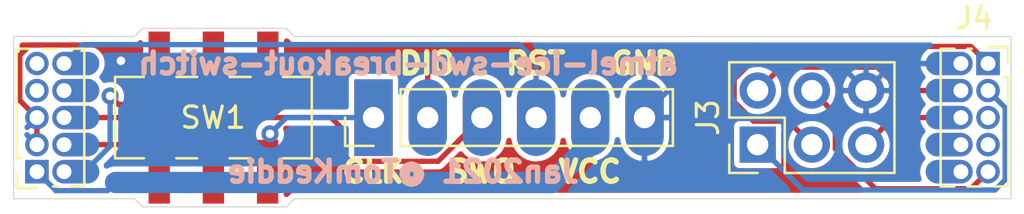
<source format=kicad_pcb>
(kicad_pcb (version 20171130) (host pcbnew 5.1.7-a382d34a8~88~ubuntu20.04.1)

  (general
    (thickness 1.6)
    (drawings 25)
    (tracks 78)
    (zones 0)
    (modules 5)
    (nets 23)
  )

  (page A4)
  (layers
    (0 F.Cu signal)
    (31 B.Cu signal)
    (32 B.Adhes user)
    (33 F.Adhes user)
    (34 B.Paste user)
    (35 F.Paste user)
    (36 B.SilkS user)
    (37 F.SilkS user)
    (38 B.Mask user)
    (39 F.Mask user)
    (40 Dwgs.User user)
    (41 Cmts.User user)
    (42 Eco1.User user)
    (43 Eco2.User user)
    (44 Edge.Cuts user)
    (45 Margin user)
    (46 B.CrtYd user)
    (47 F.CrtYd user)
    (48 B.Fab user hide)
    (49 F.Fab user hide)
  )

  (setup
    (last_trace_width 0.25)
    (user_trace_width 1)
    (trace_clearance 0.127)
    (zone_clearance 0.508)
    (zone_45_only no)
    (trace_min 0.2)
    (via_size 0.8)
    (via_drill 0.4)
    (via_min_size 0.4)
    (via_min_drill 0.3)
    (uvia_size 0.3)
    (uvia_drill 0.1)
    (uvias_allowed no)
    (uvia_min_size 0.2)
    (uvia_min_drill 0.1)
    (edge_width 0.05)
    (segment_width 0.2)
    (pcb_text_width 0.3)
    (pcb_text_size 1.5 1.5)
    (mod_edge_width 0.12)
    (mod_text_size 1 1)
    (mod_text_width 0.15)
    (pad_size 1.524 1.524)
    (pad_drill 0.762)
    (pad_to_mask_clearance 0)
    (aux_axis_origin 0 0)
    (visible_elements FFFFFF7F)
    (pcbplotparams
      (layerselection 0x010fc_ffffffff)
      (usegerberextensions false)
      (usegerberattributes true)
      (usegerberadvancedattributes true)
      (creategerberjobfile true)
      (excludeedgelayer true)
      (linewidth 0.100000)
      (plotframeref false)
      (viasonmask false)
      (mode 1)
      (useauxorigin false)
      (hpglpennumber 1)
      (hpglpenspeed 20)
      (hpglpendiameter 15.000000)
      (psnegative false)
      (psa4output false)
      (plotreference true)
      (plotvalue true)
      (plotinvisibletext false)
      (padsonsilk false)
      (subtractmaskfromsilk false)
      (outputformat 1)
      (mirror false)
      (drillshape 0)
      (scaleselection 1)
      (outputdirectory "gerber/"))
  )

  (net 0 "")
  (net 1 /nSRST)
  (net 2 "Net-(J1-Pad8)")
  (net 3 "Net-(J1-Pad7)")
  (net 4 /SWO)
  (net 5 /VTG)
  (net 6 "Net-(J1-Pad9)")
  (net 7 /SWDCLK_1)
  (net 8 /SWDIO_1)
  (net 9 /SWDIO_2)
  (net 10 /SWDCLK_2)
  (net 11 "Net-(SW1-Pad1)")
  (net 12 "Net-(SW1-Pad4)")
  (net 13 GND)
  (net 14 /AVR_RESET)
  (net 15 /AVR_MOSI)
  (net 16 /AVR_SCK)
  (net 17 /AVR_VTG)
  (net 18 /AVR_MISO)
  (net 19 "Net-(J4-Pad10)")
  (net 20 "Net-(J4-Pad8)")
  (net 21 "Net-(J4-Pad7)")
  (net 22 "Net-(J4-Pad5)")

  (net_class Default "This is the default net class."
    (clearance 0.127)
    (trace_width 0.25)
    (via_dia 0.8)
    (via_drill 0.4)
    (uvia_dia 0.3)
    (uvia_drill 0.1)
    (add_net /AVR_MISO)
    (add_net /AVR_MOSI)
    (add_net /AVR_RESET)
    (add_net /AVR_SCK)
    (add_net /AVR_VTG)
    (add_net /SWDCLK_1)
    (add_net /SWDCLK_2)
    (add_net /SWDIO_1)
    (add_net /SWDIO_2)
    (add_net /SWO)
    (add_net /VTG)
    (add_net /nSRST)
    (add_net GND)
    (add_net "Net-(J1-Pad7)")
    (add_net "Net-(J1-Pad8)")
    (add_net "Net-(J1-Pad9)")
    (add_net "Net-(J4-Pad10)")
    (add_net "Net-(J4-Pad5)")
    (add_net "Net-(J4-Pad7)")
    (add_net "Net-(J4-Pad8)")
    (add_net "Net-(SW1-Pad1)")
    (add_net "Net-(SW1-Pad4)")
  )

  (module tom-connectors:PinSocket_2x05_P1.27mm_Vertical (layer F.Cu) (tedit 60009BAF) (tstamp 60009D1C)
    (at 170.294999 121.92)
    (descr "Through hole straight socket strip, 2x05, 1.27mm pitch, double cols (from Kicad 4.0.7), script generated")
    (tags "Through hole socket strip THT 2x05 1.27mm double row")
    (path /60009F75)
    (fp_text reference J4 (at -0.635 -2.135) (layer F.SilkS)
      (effects (font (size 1 1) (thickness 0.15)))
    )
    (fp_text value AVR (at -0.635 7.215) (layer F.Fab)
      (effects (font (size 1 1) (thickness 0.15)))
    )
    (fp_text user %R (at -0.635 2.54 90) (layer F.Fab)
      (effects (font (size 1 1) (thickness 0.15)))
    )
    (fp_line (start -2.67 6.2) (end -2.67 -1.15) (layer F.CrtYd) (width 0.05))
    (fp_line (start 1.38 6.2) (end -2.67 6.2) (layer F.CrtYd) (width 0.05))
    (fp_line (start 1.38 -1.15) (end 1.38 6.2) (layer F.CrtYd) (width 0.05))
    (fp_line (start -2.67 -1.15) (end 1.38 -1.15) (layer F.CrtYd) (width 0.05))
    (fp_line (start 0 -0.76) (end 0.95 -0.76) (layer F.SilkS) (width 0.12))
    (fp_line (start 0.95 -0.76) (end 0.95 0) (layer F.SilkS) (width 0.12))
    (fp_line (start 0.76 0.635) (end 0.95 0.635) (layer F.SilkS) (width 0.12))
    (fp_line (start 0.95 0.635) (end 0.95 5.775) (layer F.SilkS) (width 0.12))
    (fp_line (start -0.96247 5.775) (end -0.30753 5.775) (layer F.SilkS) (width 0.12))
    (fp_line (start -2.22 5.775) (end -1.57753 5.775) (layer F.SilkS) (width 0.12))
    (fp_line (start 0.30753 5.775) (end 0.95 5.775) (layer F.SilkS) (width 0.12))
    (fp_line (start -2.22 -0.695) (end -2.22 5.775) (layer F.SilkS) (width 0.12))
    (fp_line (start -0.96247 -0.695) (end -0.76 -0.695) (layer F.SilkS) (width 0.12))
    (fp_line (start -2.22 -0.695) (end -1.57753 -0.695) (layer F.SilkS) (width 0.12))
    (fp_line (start -2.16 5.715) (end -2.16 -0.635) (layer F.Fab) (width 0.1))
    (fp_line (start 0.89 5.715) (end -2.16 5.715) (layer F.Fab) (width 0.1))
    (fp_line (start 0.89 0.1275) (end 0.89 5.715) (layer F.Fab) (width 0.1))
    (fp_line (start 0.1275 -0.635) (end 0.89 0.1275) (layer F.Fab) (width 0.1))
    (fp_line (start -2.16 -0.635) (end 0.1275 -0.635) (layer F.Fab) (width 0.1))
    (pad 10 thru_hole oval (at -1.27 5.08) (size 2.2 1.1) (drill 0.7 (offset -0.55 0)) (layers *.Cu *.Mask)
      (net 19 "Net-(J4-Pad10)"))
    (pad 9 thru_hole circle (at 0 5.08) (size 1.1 1.1) (drill 0.7) (layers *.Cu *.Mask)
      (net 15 /AVR_MOSI))
    (pad 8 thru_hole oval (at -1.27 3.81) (size 2.2 1.1) (drill 0.7 (offset -0.55 0)) (layers *.Cu *.Mask)
      (net 20 "Net-(J4-Pad8)"))
    (pad 7 thru_hole circle (at 0 3.81) (size 1.1 1.1) (drill 0.7) (layers *.Cu *.Mask)
      (net 21 "Net-(J4-Pad7)"))
    (pad 6 thru_hole oval (at -1.27 2.54) (size 2.2 1.1) (drill 0.7 (offset -0.55 0)) (layers *.Cu *.Mask)
      (net 14 /AVR_RESET))
    (pad 5 thru_hole circle (at 0 2.54) (size 1.1 1.1) (drill 0.7) (layers *.Cu *.Mask)
      (net 22 "Net-(J4-Pad5)"))
    (pad 4 thru_hole oval (at -1.27 1.27) (size 2.2 1.1) (drill 0.7 (offset -0.55 0)) (layers *.Cu *.Mask)
      (net 17 /AVR_VTG))
    (pad 3 thru_hole circle (at 0 1.27) (size 1.1 1.1) (drill 0.7) (layers *.Cu *.Mask)
      (net 18 /AVR_MISO))
    (pad 2 thru_hole oval (at -1.27 0) (size 2.2 1.1) (drill 0.7 (offset -0.55 0)) (layers *.Cu *.Mask)
      (net 13 GND))
    (pad 1 thru_hole rect (at 0 0) (size 1.1 1.1) (drill 0.7) (layers *.Cu *.Mask)
      (net 16 /AVR_SCK))
    (model ${KISYS3DMOD}/Connector_PinSocket_1.27mm.3dshapes/PinSocket_2x05_P1.27mm_Vertical.wrl
      (at (xyz 0 0 0))
      (scale (xyz 1 1 1))
      (rotate (xyz 0 0 0))
    )
  )

  (module tom-connectors:PinHeader_2x03_P2.54mm_Vertical (layer F.Cu) (tedit 59FED5CC) (tstamp 60009CFA)
    (at 159.5 125.73 90)
    (descr "Through hole straight pin header, 2x03, 2.54mm pitch, double rows")
    (tags "Through hole pin header THT 2x03 2.54mm double row")
    (path /6000E131)
    (fp_text reference J3 (at 1.27 -2.33 90) (layer F.SilkS)
      (effects (font (size 1 1) (thickness 0.15)))
    )
    (fp_text value Conn_02x03_Odd_Even (at 1.27 7.41 90) (layer F.Fab)
      (effects (font (size 1 1) (thickness 0.15)))
    )
    (fp_text user %R (at 1.27 2.54) (layer F.Fab)
      (effects (font (size 1 1) (thickness 0.15)))
    )
    (fp_line (start 0 -1.27) (end 3.81 -1.27) (layer F.Fab) (width 0.1))
    (fp_line (start 3.81 -1.27) (end 3.81 6.35) (layer F.Fab) (width 0.1))
    (fp_line (start 3.81 6.35) (end -1.27 6.35) (layer F.Fab) (width 0.1))
    (fp_line (start -1.27 6.35) (end -1.27 0) (layer F.Fab) (width 0.1))
    (fp_line (start -1.27 0) (end 0 -1.27) (layer F.Fab) (width 0.1))
    (fp_line (start -1.33 6.41) (end 3.87 6.41) (layer F.SilkS) (width 0.12))
    (fp_line (start -1.33 1.27) (end -1.33 6.41) (layer F.SilkS) (width 0.12))
    (fp_line (start 3.87 -1.33) (end 3.87 6.41) (layer F.SilkS) (width 0.12))
    (fp_line (start -1.33 1.27) (end 1.27 1.27) (layer F.SilkS) (width 0.12))
    (fp_line (start 1.27 1.27) (end 1.27 -1.33) (layer F.SilkS) (width 0.12))
    (fp_line (start 1.27 -1.33) (end 3.87 -1.33) (layer F.SilkS) (width 0.12))
    (fp_line (start -1.33 0) (end -1.33 -1.33) (layer F.SilkS) (width 0.12))
    (fp_line (start -1.33 -1.33) (end 0 -1.33) (layer F.SilkS) (width 0.12))
    (fp_line (start -1.8 -1.8) (end -1.8 6.85) (layer F.CrtYd) (width 0.05))
    (fp_line (start -1.8 6.85) (end 4.35 6.85) (layer F.CrtYd) (width 0.05))
    (fp_line (start 4.35 6.85) (end 4.35 -1.8) (layer F.CrtYd) (width 0.05))
    (fp_line (start 4.35 -1.8) (end -1.8 -1.8) (layer F.CrtYd) (width 0.05))
    (pad 6 thru_hole oval (at 2.54 5.08 90) (size 1.7 1.7) (drill 1) (layers *.Cu *.Mask)
      (net 13 GND))
    (pad 5 thru_hole oval (at 0 5.08 90) (size 1.7 1.7) (drill 1) (layers *.Cu *.Mask)
      (net 14 /AVR_RESET))
    (pad 4 thru_hole oval (at 2.54 2.54 90) (size 1.7 1.7) (drill 1) (layers *.Cu *.Mask)
      (net 15 /AVR_MOSI))
    (pad 3 thru_hole oval (at 0 2.54 90) (size 1.7 1.7) (drill 1) (layers *.Cu *.Mask)
      (net 16 /AVR_SCK))
    (pad 2 thru_hole oval (at 2.54 0 90) (size 1.7 1.7) (drill 1) (layers *.Cu *.Mask)
      (net 17 /AVR_VTG))
    (pad 1 thru_hole rect (at 0 0 90) (size 1.7 1.7) (drill 1) (layers *.Cu *.Mask)
      (net 18 /AVR_MISO))
    (model ${KISYS3DMOD}/Connector_PinHeader_2.54mm.3dshapes/PinHeader_2x03_P2.54mm_Vertical.wrl
      (at (xyz 0 0 0))
      (scale (xyz 1 1 1))
      (rotate (xyz 0 0 0))
    )
  )

  (module tom-mechanical:SW_DPDT_SMD (layer F.Cu) (tedit 5FBAF509) (tstamp 5FDBD4CB)
    (at 134 124.46)
    (descr "Sub-miniature slide switch, vertical, SMT J bend https://dznh3ojzb2azq.cloudfront.net/products/Slide/JS/documents/datasheet.pdf")
    (tags "switch DPDT SMT")
    (path /5FDBB9E6)
    (attr smd)
    (fp_text reference SW1 (at -0.015 0) (layer F.SilkS)
      (effects (font (size 1 1) (thickness 0.15)))
    )
    (fp_text value SW_DPDT_x2 (at 0 3.15) (layer F.Fab)
      (effects (font (size 1 1) (thickness 0.15)))
    )
    (fp_text user %R (at 0 -3.05) (layer F.Fab)
      (effects (font (size 1 1) (thickness 0.15)))
    )
    (fp_line (start -4.5 -1.8) (end 4.5 -1.8) (layer F.Fab) (width 0.1))
    (fp_line (start 4.5 -1.8) (end 4.5 1.8) (layer F.Fab) (width 0.1))
    (fp_line (start 4.5 1.8) (end -4.5 1.8) (layer F.Fab) (width 0.1))
    (fp_line (start -4.5 1.8) (end -4.5 -1.8) (layer F.Fab) (width 0.1))
    (fp_line (start 4.61 -1.91) (end 4.61 1.91) (layer F.SilkS) (width 0.12))
    (fp_line (start -3.26 -1.91) (end -4.61 -1.91) (layer F.SilkS) (width 0.12))
    (fp_line (start -4.61 -1.91) (end -4.61 1.91) (layer F.SilkS) (width 0.12))
    (fp_line (start -4.61 1.91) (end -3.26 1.91) (layer F.SilkS) (width 0.12))
    (fp_line (start -0.76 -1.91) (end -1.74 -1.91) (layer F.SilkS) (width 0.12))
    (fp_line (start 4.61 -1.91) (end 3.26 -1.91) (layer F.SilkS) (width 0.12))
    (fp_line (start 4.61 1.91) (end 3.26 1.91) (layer F.SilkS) (width 0.12))
    (fp_line (start 1.74 -1.91) (end 0.76 -1.91) (layer F.SilkS) (width 0.12))
    (fp_line (start -0.76 1.91) (end -1.74 1.91) (layer F.SilkS) (width 0.12))
    (fp_line (start 1.74 1.91) (end 0.76 1.91) (layer F.SilkS) (width 0.12))
    (fp_line (start -1.75 -0.75) (end 1.75 -0.75) (layer F.Fab) (width 0.1))
    (fp_line (start 1.75 -0.75) (end 1.75 0.75) (layer F.Fab) (width 0.1))
    (fp_line (start 1.75 0.75) (end -1.75 0.75) (layer F.Fab) (width 0.1))
    (fp_line (start -1.75 -0.75) (end -1.75 0.75) (layer F.Fab) (width 0.1))
    (fp_line (start -0.25 -0.75) (end -0.25 0.75) (layer F.Fab) (width 0.1))
    (fp_line (start -5.08 0) (end -5.08 -2.286) (layer F.CrtYd) (width 0.12))
    (fp_line (start -5.08 -2.286) (end -3.556 -2.286) (layer F.CrtYd) (width 0.12))
    (fp_line (start -3.556 -2.286) (end -3.556 -4.064) (layer F.CrtYd) (width 0.12))
    (fp_line (start -3.556 -4.064) (end 3.556 -4.064) (layer F.CrtYd) (width 0.12))
    (fp_line (start 3.556 -4.064) (end 3.556 -2.286) (layer F.CrtYd) (width 0.12))
    (fp_line (start 3.556 -2.286) (end 5.08 -2.286) (layer F.CrtYd) (width 0.12))
    (fp_line (start 5.08 -2.286) (end 5.08 2.286) (layer F.CrtYd) (width 0.12))
    (fp_line (start 5.08 2.286) (end 3.556 2.286) (layer F.CrtYd) (width 0.12))
    (fp_line (start 3.556 2.286) (end 3.556 4.064) (layer F.CrtYd) (width 0.12))
    (fp_line (start 3.556 4.064) (end -3.556 4.064) (layer F.CrtYd) (width 0.12))
    (fp_line (start -3.556 4.064) (end -3.556 2.286) (layer F.CrtYd) (width 0.12))
    (fp_line (start -3.556 2.286) (end -5.08 2.286) (layer F.CrtYd) (width 0.12))
    (fp_line (start -5.08 2.286) (end -5.08 0) (layer F.CrtYd) (width 0.12))
    (pad 3 smd rect (at 2.55 -2.54) (size 1 3) (layers F.Cu F.Paste F.Mask)
      (net 9 /SWDIO_2))
    (pad 2 smd rect (at 0 -2.54) (size 1 3) (layers F.Cu F.Paste F.Mask)
      (net 8 /SWDIO_1))
    (pad 1 smd rect (at -2.54 -2.54) (size 1 3) (layers F.Cu F.Paste F.Mask)
      (net 11 "Net-(SW1-Pad1)"))
    (pad 6 smd rect (at 2.54 2.54) (size 1 3) (layers F.Cu F.Paste F.Mask)
      (net 10 /SWDCLK_2))
    (pad 5 smd rect (at 0 2.54) (size 1 3) (layers F.Cu F.Paste F.Mask)
      (net 7 /SWDCLK_1))
    (pad 4 smd rect (at -2.54 2.54) (size 1 3) (layers F.Cu F.Paste F.Mask)
      (net 12 "Net-(SW1-Pad4)"))
    (model ${KISYS3DMOD}/Button_Switch_SMD.3dshapes/SW_DPDT_CK_JS202011JCQN.wrl
      (at (xyz 0 0 0))
      (scale (xyz 1 1 1))
      (rotate (xyz 0 0 0))
    )
  )

  (module tom-connectors:PinSocket_2x05_P1.27mm_Vertical (layer F.Cu) (tedit 60009BAF) (tstamp 5FC3D36A)
    (at 125.73 127 180)
    (descr "Through hole straight socket strip, 2x05, 1.27mm pitch, double cols (from Kicad 4.0.7), script generated")
    (tags "Through hole socket strip THT 2x05 1.27mm double row")
    (path /5FC45216)
    (fp_text reference J1 (at -0.635 -2.135) (layer F.SilkS) hide
      (effects (font (size 1 1) (thickness 0.15)))
    )
    (fp_text value SAM (at -0.635 7.215) (layer F.Fab) hide
      (effects (font (size 1 1) (thickness 0.15)))
    )
    (fp_text user %R (at -0.635 2.54 90) (layer F.Fab) hide
      (effects (font (size 1 1) (thickness 0.15)))
    )
    (fp_line (start -2.67 6.2) (end -2.67 -1.15) (layer F.CrtYd) (width 0.05))
    (fp_line (start 1.38 6.2) (end -2.67 6.2) (layer F.CrtYd) (width 0.05))
    (fp_line (start 1.38 -1.15) (end 1.38 6.2) (layer F.CrtYd) (width 0.05))
    (fp_line (start -2.67 -1.15) (end 1.38 -1.15) (layer F.CrtYd) (width 0.05))
    (fp_line (start 0 -0.76) (end 0.95 -0.76) (layer F.SilkS) (width 0.12))
    (fp_line (start 0.95 -0.76) (end 0.95 0) (layer F.SilkS) (width 0.12))
    (fp_line (start 0.76 0.635) (end 0.95 0.635) (layer F.SilkS) (width 0.12))
    (fp_line (start 0.95 0.635) (end 0.95 5.775) (layer F.SilkS) (width 0.12))
    (fp_line (start -0.96247 5.775) (end -0.30753 5.775) (layer F.SilkS) (width 0.12))
    (fp_line (start -2.22 5.775) (end -1.57753 5.775) (layer F.SilkS) (width 0.12))
    (fp_line (start 0.30753 5.775) (end 0.95 5.775) (layer F.SilkS) (width 0.12))
    (fp_line (start -2.22 -0.695) (end -2.22 5.775) (layer F.SilkS) (width 0.12))
    (fp_line (start -0.96247 -0.695) (end -0.76 -0.695) (layer F.SilkS) (width 0.12))
    (fp_line (start -2.22 -0.695) (end -1.57753 -0.695) (layer F.SilkS) (width 0.12))
    (fp_line (start -2.16 5.715) (end -2.16 -0.635) (layer F.Fab) (width 0.1))
    (fp_line (start 0.89 5.715) (end -2.16 5.715) (layer F.Fab) (width 0.1))
    (fp_line (start 0.89 0.1275) (end 0.89 5.715) (layer F.Fab) (width 0.1))
    (fp_line (start 0.1275 -0.635) (end 0.89 0.1275) (layer F.Fab) (width 0.1))
    (fp_line (start -2.16 -0.635) (end 0.1275 -0.635) (layer F.Fab) (width 0.1))
    (pad 10 thru_hole oval (at -1.27 5.08 180) (size 2.2 1.1) (drill 0.7 (offset -0.55 0)) (layers *.Cu *.Mask)
      (net 1 /nSRST))
    (pad 9 thru_hole circle (at 0 5.08 180) (size 1.1 1.1) (drill 0.7) (layers *.Cu *.Mask)
      (net 6 "Net-(J1-Pad9)"))
    (pad 8 thru_hole oval (at -1.27 3.81 180) (size 2.2 1.1) (drill 0.7 (offset -0.55 0)) (layers *.Cu *.Mask)
      (net 2 "Net-(J1-Pad8)"))
    (pad 7 thru_hole circle (at 0 3.81 180) (size 1.1 1.1) (drill 0.7) (layers *.Cu *.Mask)
      (net 3 "Net-(J1-Pad7)"))
    (pad 6 thru_hole oval (at -1.27 2.54 180) (size 2.2 1.1) (drill 0.7 (offset -0.55 0)) (layers *.Cu *.Mask)
      (net 4 /SWO))
    (pad 5 thru_hole circle (at 0 2.54 180) (size 1.1 1.1) (drill 0.7) (layers *.Cu *.Mask)
      (net 13 GND))
    (pad 4 thru_hole oval (at -1.27 1.27 180) (size 2.2 1.1) (drill 0.7 (offset -0.55 0)) (layers *.Cu *.Mask)
      (net 7 /SWDCLK_1))
    (pad 3 thru_hole circle (at 0 1.27 180) (size 1.1 1.1) (drill 0.7) (layers *.Cu *.Mask)
      (net 13 GND))
    (pad 2 thru_hole oval (at -1.27 0 180) (size 2.2 1.1) (drill 0.7 (offset -0.55 0)) (layers *.Cu *.Mask)
      (net 8 /SWDIO_1))
    (pad 1 thru_hole rect (at 0 0 180) (size 1.1 1.1) (drill 0.7) (layers *.Cu *.Mask)
      (net 5 /VTG))
    (model ${KISYS3DMOD}/Connector_PinSocket_1.27mm.3dshapes/PinSocket_2x05_P1.27mm_Vertical.wrl
      (at (xyz 0 0 0))
      (scale (xyz 1 1 1))
      (rotate (xyz 0 0 0))
    )
  )

  (module tom-connectors:PinHeader_1x06_P2.54mm_Vertical (layer F.Cu) (tedit 5FD98A7A) (tstamp 5FC3CF8A)
    (at 141.5 124.46 90)
    (descr "Through hole straight pin header, 1x06, 2.54mm pitch, single row")
    (tags "Through hole pin header THT 1x06 2.54mm single row")
    (path /5FC4722D)
    (fp_text reference J2 (at 0 -2.33 90) (layer F.SilkS) hide
      (effects (font (size 1 1) (thickness 0.15)))
    )
    (fp_text value Conn_01x06 (at 0 15.03 90) (layer F.Fab) hide
      (effects (font (size 1 1) (thickness 0.15)))
    )
    (fp_text user %R (at 0 6.35) (layer F.Fab) hide
      (effects (font (size 1 1) (thickness 0.15)))
    )
    (fp_line (start 1.8 -1.8) (end -1.8 -1.8) (layer F.CrtYd) (width 0.05))
    (fp_line (start 1.8 14.5) (end 1.8 -1.8) (layer F.CrtYd) (width 0.05))
    (fp_line (start -1.8 14.5) (end 1.8 14.5) (layer F.CrtYd) (width 0.05))
    (fp_line (start -1.8 -1.8) (end -1.8 14.5) (layer F.CrtYd) (width 0.05))
    (fp_line (start -1.33 -1.33) (end 0 -1.33) (layer F.SilkS) (width 0.12))
    (fp_line (start -1.33 0) (end -1.33 -1.33) (layer F.SilkS) (width 0.12))
    (fp_line (start -1.33 1.27) (end 1.33 1.27) (layer F.SilkS) (width 0.12))
    (fp_line (start 1.33 1.27) (end 1.33 14.03) (layer F.SilkS) (width 0.12))
    (fp_line (start -1.33 1.27) (end -1.33 14.03) (layer F.SilkS) (width 0.12))
    (fp_line (start -1.33 14.03) (end 1.33 14.03) (layer F.SilkS) (width 0.12))
    (fp_line (start -1.27 -0.635) (end -0.635 -1.27) (layer F.Fab) (width 0.1))
    (fp_line (start -1.27 13.97) (end -1.27 -0.635) (layer F.Fab) (width 0.1))
    (fp_line (start 1.27 13.97) (end -1.27 13.97) (layer F.Fab) (width 0.1))
    (fp_line (start 1.27 -1.27) (end 1.27 13.97) (layer F.Fab) (width 0.1))
    (fp_line (start -0.635 -1.27) (end 1.27 -1.27) (layer F.Fab) (width 0.1))
    (pad 6 thru_hole oval (at 0 12.7 90) (size 3.6 1.8) (drill 1) (layers *.Cu *.Mask)
      (net 13 GND))
    (pad 5 thru_hole oval (at 0 10.16 90) (size 3.6 1.8) (drill 1) (layers *.Cu *.Mask)
      (net 5 /VTG))
    (pad 4 thru_hole oval (at 0 7.62 90) (size 3.6 1.8) (drill 1) (layers *.Cu *.Mask)
      (net 1 /nSRST))
    (pad 3 thru_hole oval (at 0 5.08 90) (size 3.6 1.8) (drill 1) (layers *.Cu *.Mask)
      (net 4 /SWO))
    (pad 2 thru_hole oval (at 0 2.54 90) (size 3.6 1.8) (drill 1) (layers *.Cu *.Mask)
      (net 9 /SWDIO_2))
    (pad 1 thru_hole rect (at 0 0 90) (size 3.6 1.8) (drill 1) (layers *.Cu *.Mask)
      (net 10 /SWDCLK_2))
    (model ${KISYS3DMOD}/Connector_PinHeader_2.54mm.3dshapes/PinHeader_1x06_P2.54mm_Vertical.wrl
      (at (xyz 0 0 0))
      (scale (xyz 1 1 1))
      (rotate (xyz 0 0 0))
    )
  )

  (gr_line (start 171.37 128.27) (end 171.37 120.65) (layer Edge.Cuts) (width 0.05) (tstamp 6000AA2F))
  (gr_line (start 171 128.27) (end 171.37 128.27) (layer Edge.Cuts) (width 0.05) (tstamp 6000AA2D))
  (gr_line (start 171 120.65) (end 171.37 120.65) (layer Edge.Cuts) (width 0.05))
  (gr_line (start 124.64 128.27) (end 124.64 120.65) (layer Edge.Cuts) (width 0.05) (tstamp 6000AA1C))
  (gr_line (start 130.302 128.27) (end 124.64 128.27) (layer Edge.Cuts) (width 0.05))
  (gr_line (start 171 128.27) (end 156.25 128.27) (layer Edge.Cuts) (width 0.05) (tstamp 6000A525))
  (gr_line (start 156.25 120.65) (end 171 120.65) (layer Edge.Cuts) (width 0.05) (tstamp 6000A524))
  (gr_line (start 124.64 120.65) (end 130.302 120.65) (layer Edge.Cuts) (width 0.05) (tstamp 5FDBD6C0))
  (gr_line (start 137.795 128.27) (end 156.25 128.27) (layer Edge.Cuts) (width 0.05) (tstamp 5FDBD6AF))
  (gr_line (start 137.414 128.651) (end 137.795 128.27) (layer Edge.Cuts) (width 0.05))
  (gr_line (start 137.287 128.651) (end 137.414 128.651) (layer Edge.Cuts) (width 0.05))
  (gr_line (start 130.683 128.651) (end 137.287 128.651) (layer Edge.Cuts) (width 0.05))
  (gr_line (start 130.302 128.27) (end 130.683 128.651) (layer Edge.Cuts) (width 0.05))
  (gr_line (start 137.795 120.65) (end 156.25 120.65) (layer Edge.Cuts) (width 0.05) (tstamp 5FDBD6AD))
  (gr_line (start 137.414 120.269) (end 137.795 120.65) (layer Edge.Cuts) (width 0.05))
  (gr_line (start 130.683 120.269) (end 137.414 120.269) (layer Edge.Cuts) (width 0.05))
  (gr_line (start 130.302 120.65) (end 130.683 120.269) (layer Edge.Cuts) (width 0.05))
  (gr_text "Jan2021 @TomKeddie" (at 142.875 127) (layer B.SilkS) (tstamp 5FC3F270)
    (effects (font (size 1 1) (thickness 0.25)) (justify mirror))
  )
  (gr_text atmel-ice-swd-breakout-switch (at 143.129 121.92) (layer B.SilkS)
    (effects (font (size 1 1) (thickness 0.25)) (justify mirror))
  )
  (gr_text GND (at 154.178 121.92) (layer F.SilkS) (tstamp 5FC3F253)
    (effects (font (size 1 1) (thickness 0.25)))
  )
  (gr_text VCC (at 151.638 127) (layer F.SilkS) (tstamp 5FC3F250)
    (effects (font (size 1 1) (thickness 0.25)))
  )
  (gr_text RST (at 149.098 121.92) (layer F.SilkS) (tstamp 5FC3F24D)
    (effects (font (size 1 1) (thickness 0.25)))
  )
  (gr_text SWO (at 146.558 127) (layer F.SilkS) (tstamp 5FC3F24A)
    (effects (font (size 1 1) (thickness 0.25)))
  )
  (gr_text DIO (at 144.018 121.92) (layer F.SilkS) (tstamp 5FC3F247)
    (effects (font (size 1 1) (thickness 0.25)))
  )
  (gr_text CLK (at 141.478 127) (layer F.SilkS)
    (effects (font (size 1 1) (thickness 0.25)))
  )

  (segment (start 127 121.92) (end 127.889 121.031) (width 0.25) (layer B.Cu) (net 1))
  (segment (start 127.889 121.031) (end 148.336 121.031) (width 0.25) (layer B.Cu) (net 1))
  (segment (start 149.12 121.815) (end 149.12 124.46) (width 0.25) (layer B.Cu) (net 1))
  (segment (start 148.336 121.031) (end 149.12 121.815) (width 0.25) (layer B.Cu) (net 1))
  (segment (start 145.477999 125.562001) (end 146.58 124.46) (width 0.25) (layer F.Cu) (net 4))
  (segment (start 144.52799 126.51201) (end 146.58 124.46) (width 0.25) (layer F.Cu) (net 4))
  (segment (start 140.398408 126.51201) (end 144.52799 126.51201) (width 0.25) (layer F.Cu) (net 4))
  (segment (start 139.98 126.093602) (end 140.398408 126.51201) (width 0.25) (layer F.Cu) (net 4))
  (segment (start 139.98 124.93) (end 139.98 126.093602) (width 0.25) (layer F.Cu) (net 4))
  (segment (start 139.51 124.46) (end 139.98 124.93) (width 0.25) (layer F.Cu) (net 4))
  (segment (start 127 124.46) (end 139.51 124.46) (width 0.25) (layer F.Cu) (net 4))
  (segment (start 125.73 124.46) (end 125.73 125.73) (width 0.25) (layer F.Cu) (net 13))
  (via (at 129.667 121.793) (size 0.8) (drill 0.4) (layers F.Cu B.Cu) (net 13))
  (segment (start 125.73 127) (end 126.619 127.889) (width 0.25) (layer B.Cu) (net 5))
  (segment (start 126.619 127.889) (end 129.032 127.889) (width 0.25) (layer B.Cu) (net 5))
  (segment (start 129.032 127.889) (end 129.286 127.635) (width 0.25) (layer B.Cu) (net 5))
  (segment (start 129.286 127.635) (end 129.413 127.508) (width 0.25) (layer B.Cu) (net 5))
  (segment (start 129.413 127.508) (end 149.86 127.508) (width 1) (layer B.Cu) (net 5))
  (segment (start 151.66 125.708) (end 151.66 124.46) (width 1) (layer B.Cu) (net 5))
  (segment (start 149.86 127.508) (end 151.66 125.708) (width 1) (layer B.Cu) (net 5))
  (segment (start 130.276398 125.73) (end 131.038398 124.968) (width 0.25) (layer F.Cu) (net 7))
  (segment (start 127 125.73) (end 130.276398 125.73) (width 0.25) (layer F.Cu) (net 7))
  (segment (start 131.038398 124.968) (end 133.731 124.968) (width 0.25) (layer F.Cu) (net 7))
  (segment (start 134 125.237) (end 134 127) (width 0.25) (layer F.Cu) (net 7))
  (segment (start 133.731 124.968) (end 134 125.237) (width 0.25) (layer F.Cu) (net 7))
  (via (at 129.159 123.444) (size 0.8) (drill 0.4) (layers F.Cu B.Cu) (net 8))
  (segment (start 129.159 125.805213) (end 129.159 123.444) (width 0.25) (layer B.Cu) (net 8))
  (segment (start 127.964213 127) (end 129.159 125.805213) (width 0.25) (layer B.Cu) (net 8))
  (segment (start 127 127) (end 127.964213 127) (width 0.25) (layer B.Cu) (net 8))
  (segment (start 129.558999 123.843999) (end 133.585001 123.843999) (width 0.25) (layer F.Cu) (net 8))
  (segment (start 129.159 123.444) (end 129.558999 123.843999) (width 0.25) (layer F.Cu) (net 8))
  (segment (start 134 123.429) (end 134 121.92) (width 0.25) (layer F.Cu) (net 8))
  (segment (start 133.585001 123.843999) (end 134 123.429) (width 0.25) (layer F.Cu) (net 8))
  (segment (start 143.55 121.92) (end 144.04 122.41) (width 0.25) (layer F.Cu) (net 9))
  (segment (start 144.04 122.41) (end 144.04 124.46) (width 0.25) (layer F.Cu) (net 9))
  (segment (start 136.55 121.92) (end 143.55 121.92) (width 0.25) (layer F.Cu) (net 9))
  (via (at 136.652 125.222) (size 0.8) (drill 0.4) (layers F.Cu B.Cu) (net 10))
  (segment (start 136.54 125.334) (end 136.652 125.222) (width 0.25) (layer F.Cu) (net 10))
  (segment (start 136.54 127) (end 136.54 125.334) (width 0.25) (layer F.Cu) (net 10))
  (segment (start 137.414 124.46) (end 141.5 124.46) (width 0.25) (layer B.Cu) (net 10))
  (segment (start 136.652 125.222) (end 137.414 124.46) (width 0.25) (layer B.Cu) (net 10))
  (segment (start 128.924 121.05) (end 129.667 121.793) (width 0.25) (layer F.Cu) (net 13))
  (segment (start 125.413038 121.05) (end 128.924 121.05) (width 0.25) (layer F.Cu) (net 13))
  (segment (start 124.927999 121.535039) (end 125.413038 121.05) (width 0.25) (layer F.Cu) (net 13))
  (segment (start 124.927999 123.657999) (end 124.927999 121.535039) (width 0.25) (layer F.Cu) (net 13))
  (segment (start 125.73 124.46) (end 124.927999 123.657999) (width 0.25) (layer F.Cu) (net 13))
  (segment (start 165.85 121.92) (end 164.58 123.19) (width 0.25) (layer B.Cu) (net 13))
  (segment (start 169.024999 121.92) (end 165.85 121.92) (width 0.25) (layer B.Cu) (net 13))
  (segment (start 154.2 124.46) (end 154.2 122.8) (width 0.25) (layer B.Cu) (net 13))
  (segment (start 154.2 124.46) (end 154.2 124.3) (width 0.25) (layer B.Cu) (net 13))
  (segment (start 154.2 124.3) (end 157 121.5) (width 0.25) (layer B.Cu) (net 13))
  (segment (start 162.89 121.5) (end 164.58 123.19) (width 0.25) (layer B.Cu) (net 13))
  (segment (start 157 121.5) (end 162.89 121.5) (width 0.25) (layer B.Cu) (net 13))
  (segment (start 154.2 122.41) (end 153.79 122) (width 0.25) (layer F.Cu) (net 13))
  (segment (start 154.2 124.46) (end 154.2 122.41) (width 0.25) (layer F.Cu) (net 13))
  (segment (start 165.85 124.46) (end 164.58 125.73) (width 0.25) (layer F.Cu) (net 14))
  (segment (start 169.024999 124.46) (end 165.85 124.46) (width 0.25) (layer F.Cu) (net 14))
  (segment (start 163.142001 125.922963) (end 163.142001 124.292001) (width 0.25) (layer F.Cu) (net 15))
  (segment (start 163.142001 124.292001) (end 162.04 123.19) (width 0.25) (layer F.Cu) (net 15))
  (segment (start 165.021048 127.80201) (end 163.142001 125.922963) (width 0.25) (layer F.Cu) (net 15))
  (segment (start 169.492989 127.80201) (end 165.021048 127.80201) (width 0.25) (layer F.Cu) (net 15))
  (segment (start 170.294999 127) (end 169.492989 127.80201) (width 0.25) (layer F.Cu) (net 15))
  (segment (start 159.307037 124.627999) (end 160.937999 124.627999) (width 0.25) (layer F.Cu) (net 16))
  (segment (start 158.397999 123.718961) (end 159.307037 124.627999) (width 0.25) (layer F.Cu) (net 16))
  (segment (start 158.397999 122.661039) (end 158.397999 123.718961) (width 0.25) (layer F.Cu) (net 16))
  (segment (start 159.941048 121.11799) (end 158.397999 122.661039) (width 0.25) (layer F.Cu) (net 16))
  (segment (start 160.937999 124.627999) (end 162.04 125.73) (width 0.25) (layer F.Cu) (net 16))
  (segment (start 169.492989 121.11799) (end 159.941048 121.11799) (width 0.25) (layer F.Cu) (net 16))
  (segment (start 170.294999 121.92) (end 169.492989 121.11799) (width 0.25) (layer F.Cu) (net 16))
  (segment (start 165.108961 122.087999) (end 160.602001 122.087999) (width 0.25) (layer F.Cu) (net 17))
  (segment (start 166.210962 123.19) (end 165.108961 122.087999) (width 0.25) (layer F.Cu) (net 17))
  (segment (start 160.602001 122.087999) (end 159.5 123.19) (width 0.25) (layer F.Cu) (net 17))
  (segment (start 169.024999 123.19) (end 166.210962 123.19) (width 0.25) (layer F.Cu) (net 17))
  (segment (start 171.097 127.384961) (end 170.621961 127.86) (width 0.25) (layer B.Cu) (net 18))
  (segment (start 171.097 123.992001) (end 171.097 127.384961) (width 0.25) (layer B.Cu) (net 18))
  (segment (start 170.294999 123.19) (end 171.097 123.992001) (width 0.25) (layer B.Cu) (net 18))
  (segment (start 161.63 127.86) (end 159.5 125.73) (width 0.25) (layer B.Cu) (net 18))
  (segment (start 170.621961 127.86) (end 161.63 127.86) (width 0.25) (layer B.Cu) (net 18))

  (zone (net 13) (net_name GND) (layer F.Cu) (tstamp 0) (hatch edge 0.508)
    (connect_pads (clearance 0.254))
    (min_thickness 0.254)
    (fill yes (arc_segments 32) (thermal_gap 0.254) (thermal_bridge_width 0.255))
    (polygon
      (pts
        (xy 172 129) (xy 124 129) (xy 124 120) (xy 172 120)
      )
    )
    (filled_polygon
      (pts
        (xy 137.493815 120.922986) (xy 137.506526 120.938474) (xy 137.568347 120.98921) (xy 137.638879 121.02691) (xy 137.692194 121.043083)
        (xy 137.715409 121.050125) (xy 137.722904 121.050863) (xy 137.775059 121.056) (xy 137.775066 121.056) (xy 137.794999 121.057963)
        (xy 137.814932 121.056) (xy 159.287446 121.056) (xy 158.057784 122.285663) (xy 158.038472 122.301512) (xy 157.97524 122.37856)
        (xy 157.928254 122.466465) (xy 157.899321 122.561847) (xy 157.891999 122.636186) (xy 157.891999 122.636193) (xy 157.889552 122.661039)
        (xy 157.891999 122.685886) (xy 157.892 123.694105) (xy 157.889552 123.718961) (xy 157.899321 123.818153) (xy 157.928254 123.913535)
        (xy 157.948575 123.951552) (xy 157.975241 124.00144) (xy 158.038473 124.078488) (xy 158.057779 124.094332) (xy 158.494534 124.531087)
        (xy 158.437304 124.561678) (xy 158.379289 124.609289) (xy 158.331678 124.667304) (xy 158.296299 124.733492) (xy 158.274513 124.805311)
        (xy 158.267157 124.88) (xy 158.267157 126.58) (xy 158.274513 126.654689) (xy 158.296299 126.726508) (xy 158.331678 126.792696)
        (xy 158.379289 126.850711) (xy 158.437304 126.898322) (xy 158.503492 126.933701) (xy 158.575311 126.955487) (xy 158.65 126.962843)
        (xy 160.35 126.962843) (xy 160.424689 126.955487) (xy 160.496508 126.933701) (xy 160.562696 126.898322) (xy 160.620711 126.850711)
        (xy 160.668322 126.792696) (xy 160.703701 126.726508) (xy 160.725487 126.654689) (xy 160.732843 126.58) (xy 160.732843 125.138434)
        (xy 160.888242 125.293833) (xy 160.856307 125.370931) (xy 160.809 125.608757) (xy 160.809 125.851243) (xy 160.856307 126.089069)
        (xy 160.949102 126.313097) (xy 161.08382 126.514717) (xy 161.255283 126.68618) (xy 161.456903 126.820898) (xy 161.680931 126.913693)
        (xy 161.918757 126.961) (xy 162.161243 126.961) (xy 162.399069 126.913693) (xy 162.623097 126.820898) (xy 162.824717 126.68618)
        (xy 162.99618 126.514717) (xy 163.004985 126.501539) (xy 164.367446 127.864) (xy 137.814932 127.864) (xy 137.794999 127.862037)
        (xy 137.775066 127.864) (xy 137.775059 127.864) (xy 137.722904 127.869137) (xy 137.715409 127.869875) (xy 137.692194 127.876917)
        (xy 137.638879 127.89309) (xy 137.568347 127.93079) (xy 137.506526 127.981526) (xy 137.493815 127.997014) (xy 137.422843 128.067986)
        (xy 137.422843 125.5) (xy 137.415487 125.425311) (xy 137.41088 125.410125) (xy 137.433 125.298922) (xy 137.433 125.145078)
        (xy 137.402987 124.994191) (xy 137.39131 124.966) (xy 139.300409 124.966) (xy 139.474 125.139592) (xy 139.474001 126.068746)
        (xy 139.471553 126.093602) (xy 139.481322 126.192794) (xy 139.510255 126.288176) (xy 139.510256 126.288177) (xy 139.557242 126.376081)
        (xy 139.620474 126.453129) (xy 139.63978 126.468973) (xy 140.023036 126.85223) (xy 140.038881 126.871537) (xy 140.115929 126.934769)
        (xy 140.203833 126.981755) (xy 140.263984 127.000001) (xy 140.299214 127.010688) (xy 140.309102 127.011662) (xy 140.373554 127.01801)
        (xy 140.373561 127.01801) (xy 140.398407 127.020457) (xy 140.423253 127.01801) (xy 144.503144 127.01801) (xy 144.52799 127.020457)
        (xy 144.552836 127.01801) (xy 144.552844 127.01801) (xy 144.627183 127.010688) (xy 144.722565 126.981755) (xy 144.810469 126.934769)
        (xy 144.887517 126.871537) (xy 144.903366 126.852225) (xy 145.586691 126.1689) (xy 145.669815 126.270186) (xy 145.864872 126.430266)
        (xy 146.087412 126.549216) (xy 146.328881 126.622465) (xy 146.58 126.647198) (xy 146.83112 126.622465) (xy 147.072589 126.549216)
        (xy 147.295129 126.430266) (xy 147.490186 126.270186) (xy 147.650266 126.075129) (xy 147.769216 125.852589) (xy 147.842465 125.61112)
        (xy 147.85 125.534612) (xy 147.857536 125.61112) (xy 147.930785 125.852589) (xy 148.049735 126.075129) (xy 148.209815 126.270186)
        (xy 148.404872 126.430266) (xy 148.627412 126.549216) (xy 148.868881 126.622465) (xy 149.12 126.647198) (xy 149.37112 126.622465)
        (xy 149.612589 126.549216) (xy 149.835129 126.430266) (xy 150.030186 126.270186) (xy 150.190266 126.075129) (xy 150.309216 125.852589)
        (xy 150.382465 125.61112) (xy 150.39 125.534612) (xy 150.397536 125.61112) (xy 150.470785 125.852589) (xy 150.589735 126.075129)
        (xy 150.749815 126.270186) (xy 150.944872 126.430266) (xy 151.167412 126.549216) (xy 151.408881 126.622465) (xy 151.66 126.647198)
        (xy 151.91112 126.622465) (xy 152.152589 126.549216) (xy 152.375129 126.430266) (xy 152.570186 126.270186) (xy 152.730266 126.075129)
        (xy 152.849216 125.852589) (xy 152.922465 125.61112) (xy 152.933103 125.503114) (xy 152.943712 125.610401) (xy 153.016702 125.850679)
        (xy 153.135165 126.072101) (xy 153.29455 126.266157) (xy 153.48873 126.42539) (xy 153.710244 126.543681) (xy 153.950579 126.616484)
        (xy 153.999114 126.625151) (xy 154.1995 126.54575) (xy 154.1995 124.4605) (xy 154.2005 124.4605) (xy 154.2005 126.54575)
        (xy 154.400886 126.625151) (xy 154.449421 126.616484) (xy 154.689756 126.543681) (xy 154.91127 126.42539) (xy 155.10545 126.266157)
        (xy 155.264835 126.072101) (xy 155.383298 125.850679) (xy 155.456288 125.610401) (xy 155.481 125.3605) (xy 155.481 124.4605)
        (xy 154.2005 124.4605) (xy 154.1995 124.4605) (xy 154.1795 124.4605) (xy 154.1795 124.4595) (xy 154.1995 124.4595)
        (xy 154.1995 122.37425) (xy 154.2005 122.37425) (xy 154.2005 124.4595) (xy 155.481 124.4595) (xy 155.481 123.5595)
        (xy 155.456288 123.309599) (xy 155.383298 123.069321) (xy 155.264835 122.847899) (xy 155.10545 122.653843) (xy 154.91127 122.49461)
        (xy 154.689756 122.376319) (xy 154.449421 122.303516) (xy 154.400886 122.294849) (xy 154.2005 122.37425) (xy 154.1995 122.37425)
        (xy 153.999114 122.294849) (xy 153.950579 122.303516) (xy 153.710244 122.376319) (xy 153.48873 122.49461) (xy 153.29455 122.653843)
        (xy 153.135165 122.847899) (xy 153.016702 123.069321) (xy 152.943712 123.309599) (xy 152.933103 123.416886) (xy 152.922465 123.30888)
        (xy 152.849216 123.067411) (xy 152.730266 122.844871) (xy 152.570186 122.649814) (xy 152.375128 122.489734) (xy 152.152588 122.370784)
        (xy 151.911119 122.297535) (xy 151.66 122.272802) (xy 151.40888 122.297535) (xy 151.167411 122.370784) (xy 150.944871 122.489734)
        (xy 150.749814 122.649814) (xy 150.589734 122.844872) (xy 150.470784 123.067412) (xy 150.397535 123.308881) (xy 150.39 123.385385)
        (xy 150.382465 123.30888) (xy 150.309216 123.067411) (xy 150.190266 122.844871) (xy 150.030186 122.649814) (xy 149.835128 122.489734)
        (xy 149.612588 122.370784) (xy 149.371119 122.297535) (xy 149.12 122.272802) (xy 148.86888 122.297535) (xy 148.627411 122.370784)
        (xy 148.404871 122.489734) (xy 148.209814 122.649814) (xy 148.049734 122.844872) (xy 147.930784 123.067412) (xy 147.857535 123.308881)
        (xy 147.85 123.385385) (xy 147.842465 123.30888) (xy 147.769216 123.067411) (xy 147.650266 122.844871) (xy 147.490186 122.649814)
        (xy 147.295128 122.489734) (xy 147.072588 122.370784) (xy 146.831119 122.297535) (xy 146.58 122.272802) (xy 146.32888 122.297535)
        (xy 146.087411 122.370784) (xy 145.864871 122.489734) (xy 145.669814 122.649814) (xy 145.509734 122.844872) (xy 145.390784 123.067412)
        (xy 145.317535 123.308881) (xy 145.31 123.385385) (xy 145.302465 123.30888) (xy 145.229216 123.067411) (xy 145.110266 122.844871)
        (xy 144.950186 122.649814) (xy 144.755128 122.489734) (xy 144.545252 122.377553) (xy 144.538678 122.310807) (xy 144.509745 122.215425)
        (xy 144.502825 122.202479) (xy 144.462759 122.127521) (xy 144.399527 122.050473) (xy 144.38022 122.034628) (xy 143.925376 121.579785)
        (xy 143.909527 121.560473) (xy 143.832479 121.497241) (xy 143.744575 121.450255) (xy 143.649193 121.421322) (xy 143.574854 121.414)
        (xy 143.574846 121.414) (xy 143.55 121.411553) (xy 143.525154 121.414) (xy 137.432843 121.414) (xy 137.432843 120.862014)
      )
    )
    (filled_polygon
      (pts
        (xy 125.270522 125.269814) (xy 125.73 125.729293) (xy 125.744142 125.71515) (xy 125.74485 125.715858) (xy 125.730707 125.73)
        (xy 125.74485 125.744142) (xy 125.744142 125.74485) (xy 125.73 125.730707) (xy 125.715858 125.74485) (xy 125.71515 125.744142)
        (xy 125.729293 125.73) (xy 125.267107 125.267815)
      )
    )
    (filled_polygon
      (pts
        (xy 163.42526 122.763461) (xy 163.364234 122.996935) (xy 163.44425 123.1895) (xy 164.5795 123.1895) (xy 164.5795 123.1695)
        (xy 164.5805 123.1695) (xy 164.5805 123.1895) (xy 164.6005 123.1895) (xy 164.6005 123.1905) (xy 164.5805 123.1905)
        (xy 164.5805 124.32575) (xy 164.773065 124.405766) (xy 164.866885 124.387104) (xy 165.094916 124.308134) (xy 165.303159 124.186194)
        (xy 165.483611 124.025971) (xy 165.629338 123.833622) (xy 165.73474 123.616539) (xy 165.773525 123.468155) (xy 165.83559 123.53022)
        (xy 165.851435 123.549527) (xy 165.928483 123.612759) (xy 165.997078 123.649424) (xy 166.016387 123.659745) (xy 166.111769 123.688678)
        (xy 166.210962 123.698448) (xy 166.235816 123.696) (xy 167.139813 123.696) (xy 167.147156 123.709738) (xy 167.241749 123.825)
        (xy 167.147156 123.940262) (xy 167.139813 123.954) (xy 165.874845 123.954) (xy 165.849999 123.951553) (xy 165.825153 123.954)
        (xy 165.825146 123.954) (xy 165.760694 123.960348) (xy 165.750806 123.961322) (xy 165.706648 123.974717) (xy 165.655425 123.990255)
        (xy 165.567521 124.037241) (xy 165.490473 124.100473) (xy 165.474628 124.11978) (xy 165.016167 124.578242) (xy 164.939069 124.546307)
        (xy 164.701243 124.499) (xy 164.458757 124.499) (xy 164.220931 124.546307) (xy 163.996903 124.639102) (xy 163.795283 124.77382)
        (xy 163.648001 124.921102) (xy 163.648001 124.316855) (xy 163.650449 124.292001) (xy 163.640679 124.192808) (xy 163.611746 124.097426)
        (xy 163.591304 124.059182) (xy 163.56476 124.009522) (xy 163.501528 123.932474) (xy 163.482221 123.916629) (xy 163.191758 123.626167)
        (xy 163.223693 123.549069) (xy 163.256713 123.383065) (xy 163.364234 123.383065) (xy 163.42526 123.616539) (xy 163.530662 123.833622)
        (xy 163.676389 124.025971) (xy 163.856841 124.186194) (xy 164.065084 124.308134) (xy 164.293115 124.387104) (xy 164.386935 124.405766)
        (xy 164.5795 124.32575) (xy 164.5795 123.1905) (xy 163.44425 123.1905) (xy 163.364234 123.383065) (xy 163.256713 123.383065)
        (xy 163.271 123.311243) (xy 163.271 123.068757) (xy 163.223693 122.830931) (xy 163.130898 122.606903) (xy 163.122276 122.593999)
        (xy 163.50754 122.593999)
      )
    )
    (filled_polygon
      (pts
        (xy 125.74485 124.445858) (xy 125.730707 124.46) (xy 125.74485 124.474143) (xy 125.744142 124.47485) (xy 125.73 124.460707)
        (xy 125.274452 124.916256) (xy 125.2717 124.917592) (xy 125.729293 124.46) (xy 125.715151 124.445858) (xy 125.715858 124.44515)
        (xy 125.73 124.459293) (xy 125.744142 124.44515)
      )
    )
    (filled_polygon
      (pts
        (xy 130.577157 123.337999) (xy 129.934216 123.337999) (xy 129.909987 123.216191) (xy 129.851113 123.074058) (xy 129.765642 122.946141)
        (xy 129.656859 122.837358) (xy 129.528942 122.751887) (xy 129.386809 122.693013) (xy 129.235922 122.663) (xy 129.082078 122.663)
        (xy 128.931191 122.693013) (xy 128.89747 122.706981) (xy 128.877843 122.670262) (xy 128.78325 122.555) (xy 128.877843 122.439738)
        (xy 128.964293 122.278002) (xy 129.017529 122.102508) (xy 129.035504 121.92) (xy 129.017529 121.737492) (xy 128.964293 121.561998)
        (xy 128.877843 121.400262) (xy 128.761501 121.258499) (xy 128.619738 121.142157) (xy 128.45855 121.056) (xy 130.282067 121.056)
        (xy 130.302 121.057963) (xy 130.321933 121.056) (xy 130.321941 121.056) (xy 130.38159 121.050125) (xy 130.458121 121.02691)
        (xy 130.528653 120.98921) (xy 130.577157 120.949403)
      )
    )
    (filled_polygon
      (pts
        (xy 125.289006 121.094958) (xy 125.136522 121.196845) (xy 125.046 121.287367) (xy 125.046 121.056) (xy 125.38306 121.056)
      )
    )
  )
  (zone (net 13) (net_name GND) (layer B.Cu) (tstamp 0) (hatch edge 0.508)
    (connect_pads (clearance 0.254))
    (min_thickness 0.254)
    (fill yes (arc_segments 32) (thermal_gap 0.254) (thermal_bridge_width 0.255))
    (polygon
      (pts
        (xy 172 129) (xy 124 129) (xy 124 120) (xy 172 120)
      )
    )
    (filled_polygon
      (pts
        (xy 167.568259 121.060059) (xy 167.407347 121.146179) (xy 167.266329 121.262037) (xy 167.150623 121.40318) (xy 167.064676 121.564184)
        (xy 167.011791 121.738862) (xy 167.005539 121.773866) (xy 167.089249 121.9195) (xy 168.474499 121.9195) (xy 168.474499 121.8995)
        (xy 168.475499 121.8995) (xy 168.475499 121.9195) (xy 168.495499 121.9195) (xy 168.495499 121.9205) (xy 168.475499 121.9205)
        (xy 168.475499 121.9405) (xy 168.474499 121.9405) (xy 168.474499 121.9205) (xy 167.089249 121.9205) (xy 167.005539 122.066134)
        (xy 167.011791 122.101138) (xy 167.064676 122.275816) (xy 167.150623 122.43682) (xy 167.244628 122.551492) (xy 167.147156 122.670262)
        (xy 167.060706 122.831998) (xy 167.00747 123.007492) (xy 166.989495 123.19) (xy 167.00747 123.372508) (xy 167.060706 123.548002)
        (xy 167.147156 123.709738) (xy 167.241749 123.825) (xy 167.147156 123.940262) (xy 167.060706 124.101998) (xy 167.00747 124.277492)
        (xy 166.989495 124.46) (xy 167.00747 124.642508) (xy 167.060706 124.818002) (xy 167.147156 124.979738) (xy 167.241749 125.095)
        (xy 167.147156 125.210262) (xy 167.060706 125.371998) (xy 167.00747 125.547492) (xy 166.989495 125.73) (xy 167.00747 125.912508)
        (xy 167.060706 126.088002) (xy 167.147156 126.249738) (xy 167.241749 126.365) (xy 167.147156 126.480262) (xy 167.060706 126.641998)
        (xy 167.00747 126.817492) (xy 166.989495 127) (xy 167.00747 127.182508) (xy 167.059492 127.354) (xy 161.839592 127.354)
        (xy 160.732843 126.247252) (xy 160.732843 125.608757) (xy 160.809 125.608757) (xy 160.809 125.851243) (xy 160.856307 126.089069)
        (xy 160.949102 126.313097) (xy 161.08382 126.514717) (xy 161.255283 126.68618) (xy 161.456903 126.820898) (xy 161.680931 126.913693)
        (xy 161.918757 126.961) (xy 162.161243 126.961) (xy 162.399069 126.913693) (xy 162.623097 126.820898) (xy 162.824717 126.68618)
        (xy 162.99618 126.514717) (xy 163.130898 126.313097) (xy 163.223693 126.089069) (xy 163.271 125.851243) (xy 163.271 125.608757)
        (xy 163.349 125.608757) (xy 163.349 125.851243) (xy 163.396307 126.089069) (xy 163.489102 126.313097) (xy 163.62382 126.514717)
        (xy 163.795283 126.68618) (xy 163.996903 126.820898) (xy 164.220931 126.913693) (xy 164.458757 126.961) (xy 164.701243 126.961)
        (xy 164.939069 126.913693) (xy 165.163097 126.820898) (xy 165.364717 126.68618) (xy 165.53618 126.514717) (xy 165.670898 126.313097)
        (xy 165.763693 126.089069) (xy 165.811 125.851243) (xy 165.811 125.608757) (xy 165.763693 125.370931) (xy 165.670898 125.146903)
        (xy 165.53618 124.945283) (xy 165.364717 124.77382) (xy 165.163097 124.639102) (xy 164.939069 124.546307) (xy 164.701243 124.499)
        (xy 164.458757 124.499) (xy 164.220931 124.546307) (xy 163.996903 124.639102) (xy 163.795283 124.77382) (xy 163.62382 124.945283)
        (xy 163.489102 125.146903) (xy 163.396307 125.370931) (xy 163.349 125.608757) (xy 163.271 125.608757) (xy 163.223693 125.370931)
        (xy 163.130898 125.146903) (xy 162.99618 124.945283) (xy 162.824717 124.77382) (xy 162.623097 124.639102) (xy 162.399069 124.546307)
        (xy 162.161243 124.499) (xy 161.918757 124.499) (xy 161.680931 124.546307) (xy 161.456903 124.639102) (xy 161.255283 124.77382)
        (xy 161.08382 124.945283) (xy 160.949102 125.146903) (xy 160.856307 125.370931) (xy 160.809 125.608757) (xy 160.732843 125.608757)
        (xy 160.732843 124.88) (xy 160.725487 124.805311) (xy 160.703701 124.733492) (xy 160.668322 124.667304) (xy 160.620711 124.609289)
        (xy 160.562696 124.561678) (xy 160.496508 124.526299) (xy 160.424689 124.504513) (xy 160.35 124.497157) (xy 158.65 124.497157)
        (xy 158.575311 124.504513) (xy 158.503492 124.526299) (xy 158.437304 124.561678) (xy 158.379289 124.609289) (xy 158.331678 124.667304)
        (xy 158.296299 124.733492) (xy 158.274513 124.805311) (xy 158.267157 124.88) (xy 158.267157 126.58) (xy 158.274513 126.654689)
        (xy 158.296299 126.726508) (xy 158.331678 126.792696) (xy 158.379289 126.850711) (xy 158.437304 126.898322) (xy 158.503492 126.933701)
        (xy 158.575311 126.955487) (xy 158.65 126.962843) (xy 160.017252 126.962843) (xy 160.918408 127.864) (xy 150.749921 127.864)
        (xy 152.026438 126.587483) (xy 152.152589 126.549216) (xy 152.375129 126.430266) (xy 152.570186 126.270186) (xy 152.730266 126.075129)
        (xy 152.849216 125.852589) (xy 152.922465 125.61112) (xy 152.933103 125.503114) (xy 152.943712 125.610401) (xy 153.016702 125.850679)
        (xy 153.135165 126.072101) (xy 153.29455 126.266157) (xy 153.48873 126.42539) (xy 153.710244 126.543681) (xy 153.950579 126.616484)
        (xy 153.999114 126.625151) (xy 154.1995 126.54575) (xy 154.1995 124.4605) (xy 154.2005 124.4605) (xy 154.2005 126.54575)
        (xy 154.400886 126.625151) (xy 154.449421 126.616484) (xy 154.689756 126.543681) (xy 154.91127 126.42539) (xy 155.10545 126.266157)
        (xy 155.264835 126.072101) (xy 155.383298 125.850679) (xy 155.456288 125.610401) (xy 155.481 125.3605) (xy 155.481 124.4605)
        (xy 154.2005 124.4605) (xy 154.1995 124.4605) (xy 154.1795 124.4605) (xy 154.1795 124.4595) (xy 154.1995 124.4595)
        (xy 154.1995 122.37425) (xy 154.2005 122.37425) (xy 154.2005 124.4595) (xy 155.481 124.4595) (xy 155.481 123.5595)
        (xy 155.456288 123.309599) (xy 155.383298 123.069321) (xy 155.382997 123.068757) (xy 158.269 123.068757) (xy 158.269 123.311243)
        (xy 158.316307 123.549069) (xy 158.409102 123.773097) (xy 158.54382 123.974717) (xy 158.715283 124.14618) (xy 158.916903 124.280898)
        (xy 159.140931 124.373693) (xy 159.378757 124.421) (xy 159.621243 124.421) (xy 159.859069 124.373693) (xy 160.083097 124.280898)
        (xy 160.284717 124.14618) (xy 160.45618 123.974717) (xy 160.590898 123.773097) (xy 160.683693 123.549069) (xy 160.731 123.311243)
        (xy 160.731 123.068757) (xy 160.809 123.068757) (xy 160.809 123.311243) (xy 160.856307 123.549069) (xy 160.949102 123.773097)
        (xy 161.08382 123.974717) (xy 161.255283 124.14618) (xy 161.456903 124.280898) (xy 161.680931 124.373693) (xy 161.918757 124.421)
        (xy 162.161243 124.421) (xy 162.399069 124.373693) (xy 162.623097 124.280898) (xy 162.824717 124.14618) (xy 162.99618 123.974717)
        (xy 163.130898 123.773097) (xy 163.223693 123.549069) (xy 163.256713 123.383065) (xy 163.364234 123.383065) (xy 163.42526 123.616539)
        (xy 163.530662 123.833622) (xy 163.676389 124.025971) (xy 163.856841 124.186194) (xy 164.065084 124.308134) (xy 164.293115 124.387104)
        (xy 164.386935 124.405766) (xy 164.5795 124.32575) (xy 164.5795 123.1905) (xy 164.5805 123.1905) (xy 164.5805 124.32575)
        (xy 164.773065 124.405766) (xy 164.866885 124.387104) (xy 165.094916 124.308134) (xy 165.303159 124.186194) (xy 165.483611 124.025971)
        (xy 165.629338 123.833622) (xy 165.73474 123.616539) (xy 165.795766 123.383065) (xy 165.71575 123.1905) (xy 164.5805 123.1905)
        (xy 164.5795 123.1905) (xy 163.44425 123.1905) (xy 163.364234 123.383065) (xy 163.256713 123.383065) (xy 163.271 123.311243)
        (xy 163.271 123.068757) (xy 163.256714 122.996935) (xy 163.364234 122.996935) (xy 163.44425 123.1895) (xy 164.5795 123.1895)
        (xy 164.5795 122.05425) (xy 164.5805 122.05425) (xy 164.5805 123.1895) (xy 165.71575 123.1895) (xy 165.795766 122.996935)
        (xy 165.73474 122.763461) (xy 165.629338 122.546378) (xy 165.483611 122.354029) (xy 165.303159 122.193806) (xy 165.094916 122.071866)
        (xy 164.866885 121.992896) (xy 164.773065 121.974234) (xy 164.5805 122.05425) (xy 164.5795 122.05425) (xy 164.386935 121.974234)
        (xy 164.293115 121.992896) (xy 164.065084 122.071866) (xy 163.856841 122.193806) (xy 163.676389 122.354029) (xy 163.530662 122.546378)
        (xy 163.42526 122.763461) (xy 163.364234 122.996935) (xy 163.256714 122.996935) (xy 163.223693 122.830931) (xy 163.130898 122.606903)
        (xy 162.99618 122.405283) (xy 162.824717 122.23382) (xy 162.623097 122.099102) (xy 162.399069 122.006307) (xy 162.161243 121.959)
        (xy 161.918757 121.959) (xy 161.680931 122.006307) (xy 161.456903 122.099102) (xy 161.255283 122.23382) (xy 161.08382 122.405283)
        (xy 160.949102 122.606903) (xy 160.856307 122.830931) (xy 160.809 123.068757) (xy 160.731 123.068757) (xy 160.683693 122.830931)
        (xy 160.590898 122.606903) (xy 160.45618 122.405283) (xy 160.284717 122.23382) (xy 160.083097 122.099102) (xy 159.859069 122.006307)
        (xy 159.621243 121.959) (xy 159.378757 121.959) (xy 159.140931 122.006307) (xy 158.916903 122.099102) (xy 158.715283 122.23382)
        (xy 158.54382 122.405283) (xy 158.409102 122.606903) (xy 158.316307 122.830931) (xy 158.269 123.068757) (xy 155.382997 123.068757)
        (xy 155.264835 122.847899) (xy 155.10545 122.653843) (xy 154.91127 122.49461) (xy 154.689756 122.376319) (xy 154.449421 122.303516)
        (xy 154.400886 122.294849) (xy 154.2005 122.37425) (xy 154.1995 122.37425) (xy 153.999114 122.294849) (xy 153.950579 122.303516)
        (xy 153.710244 122.376319) (xy 153.48873 122.49461) (xy 153.29455 122.653843) (xy 153.135165 122.847899) (xy 153.016702 123.069321)
        (xy 152.943712 123.309599) (xy 152.933103 123.416886) (xy 152.922465 123.30888) (xy 152.849216 123.067411) (xy 152.730266 122.844871)
        (xy 152.570186 122.649814) (xy 152.375128 122.489734) (xy 152.152588 122.370784) (xy 151.911119 122.297535) (xy 151.66 122.272802)
        (xy 151.40888 122.297535) (xy 151.167411 122.370784) (xy 150.944871 122.489734) (xy 150.749814 122.649814) (xy 150.589734 122.844872)
        (xy 150.470784 123.067412) (xy 150.397535 123.308881) (xy 150.39 123.385385) (xy 150.382465 123.30888) (xy 150.309216 123.067411)
        (xy 150.190266 122.844871) (xy 150.030186 122.649814) (xy 149.835128 122.489734) (xy 149.626 122.377953) (xy 149.626 121.839845)
        (xy 149.628447 121.814999) (xy 149.626 121.790153) (xy 149.626 121.790146) (xy 149.618678 121.715807) (xy 149.589745 121.620425)
        (xy 149.542759 121.532521) (xy 149.479527 121.455473) (xy 149.46022 121.439628) (xy 149.076591 121.056) (xy 167.581614 121.056)
      )
    )
    (filled_polygon
      (pts
        (xy 148.614 122.024592) (xy 148.614 122.377952) (xy 148.404871 122.489734) (xy 148.209814 122.649814) (xy 148.049734 122.844872)
        (xy 147.930784 123.067412) (xy 147.857535 123.308881) (xy 147.85 123.385385) (xy 147.842465 123.30888) (xy 147.769216 123.067411)
        (xy 147.650266 122.844871) (xy 147.490186 122.649814) (xy 147.295128 122.489734) (xy 147.072588 122.370784) (xy 146.831119 122.297535)
        (xy 146.58 122.272802) (xy 146.32888 122.297535) (xy 146.087411 122.370784) (xy 145.864871 122.489734) (xy 145.669814 122.649814)
        (xy 145.509734 122.844872) (xy 145.390784 123.067412) (xy 145.317535 123.308881) (xy 145.31 123.385385) (xy 145.302465 123.30888)
        (xy 145.229216 123.067411) (xy 145.110266 122.844871) (xy 144.950186 122.649814) (xy 144.755128 122.489734) (xy 144.532588 122.370784)
        (xy 144.291119 122.297535) (xy 144.04 122.272802) (xy 143.78888 122.297535) (xy 143.547411 122.370784) (xy 143.324871 122.489734)
        (xy 143.129814 122.649814) (xy 142.969734 122.844872) (xy 142.850784 123.067412) (xy 142.782843 123.291383) (xy 142.782843 122.66)
        (xy 142.775487 122.585311) (xy 142.753701 122.513492) (xy 142.718322 122.447304) (xy 142.670711 122.389289) (xy 142.612696 122.341678)
        (xy 142.546508 122.306299) (xy 142.474689 122.284513) (xy 142.4 122.277157) (xy 140.6 122.277157) (xy 140.525311 122.284513)
        (xy 140.453492 122.306299) (xy 140.387304 122.341678) (xy 140.329289 122.389289) (xy 140.281678 122.447304) (xy 140.246299 122.513492)
        (xy 140.224513 122.585311) (xy 140.217157 122.66) (xy 140.217157 123.954) (xy 137.438854 123.954) (xy 137.414 123.951552)
        (xy 137.389146 123.954) (xy 137.314807 123.961322) (xy 137.219425 123.990255) (xy 137.131521 124.037241) (xy 137.054473 124.100473)
        (xy 137.038628 124.11978) (xy 136.717408 124.441) (xy 136.575078 124.441) (xy 136.424191 124.471013) (xy 136.282058 124.529887)
        (xy 136.154141 124.615358) (xy 136.045358 124.724141) (xy 135.959887 124.852058) (xy 135.901013 124.994191) (xy 135.871 125.145078)
        (xy 135.871 125.298922) (xy 135.901013 125.449809) (xy 135.959887 125.591942) (xy 136.045358 125.719859) (xy 136.154141 125.828642)
        (xy 136.282058 125.914113) (xy 136.424191 125.972987) (xy 136.575078 126.003) (xy 136.728922 126.003) (xy 136.879809 125.972987)
        (xy 137.021942 125.914113) (xy 137.149859 125.828642) (xy 137.258642 125.719859) (xy 137.344113 125.591942) (xy 137.402987 125.449809)
        (xy 137.433 125.298922) (xy 137.433 125.156592) (xy 137.623592 124.966) (xy 140.217157 124.966) (xy 140.217157 126.26)
        (xy 140.224513 126.334689) (xy 140.246299 126.406508) (xy 140.281678 126.472696) (xy 140.329289 126.530711) (xy 140.387304 126.578322)
        (xy 140.453492 126.613701) (xy 140.497333 126.627) (xy 129.369727 126.627) (xy 129.240294 126.639748) (xy 129.074225 126.690125)
        (xy 128.992193 126.733972) (xy 128.981403 126.698402) (xy 129.49922 126.180585) (xy 129.518527 126.16474) (xy 129.581759 126.087692)
        (xy 129.628745 125.999788) (xy 129.657678 125.904406) (xy 129.665 125.830067) (xy 129.665 125.830059) (xy 129.667447 125.805213)
        (xy 129.665 125.780367) (xy 129.665 124.042501) (xy 129.765642 123.941859) (xy 129.851113 123.813942) (xy 129.909987 123.671809)
        (xy 129.94 123.520922) (xy 129.94 123.367078) (xy 129.909987 123.216191) (xy 129.851113 123.074058) (xy 129.765642 122.946141)
        (xy 129.656859 122.837358) (xy 129.528942 122.751887) (xy 129.386809 122.693013) (xy 129.235922 122.663) (xy 129.082078 122.663)
        (xy 128.931191 122.693013) (xy 128.89747 122.706981) (xy 128.877843 122.670262) (xy 128.78325 122.555) (xy 128.877843 122.439738)
        (xy 128.964293 122.278002) (xy 129.017529 122.102508) (xy 129.035504 121.92) (xy 129.017529 121.737492) (xy 128.964293 121.561998)
        (xy 128.950931 121.537) (xy 148.126409 121.537)
      )
    )
    (filled_polygon
      (pts
        (xy 125.270522 125.269814) (xy 125.73 125.729293) (xy 125.744142 125.71515) (xy 125.74485 125.715858) (xy 125.730707 125.73)
        (xy 125.74485 125.744142) (xy 125.744142 125.74485) (xy 125.73 125.730707) (xy 125.715858 125.74485) (xy 125.71515 125.744142)
        (xy 125.729293 125.73) (xy 125.267107 125.267815)
      )
    )
    (filled_polygon
      (pts
        (xy 125.74485 124.445858) (xy 125.730707 124.46) (xy 125.74485 124.474143) (xy 125.744142 124.47485) (xy 125.73 124.460707)
        (xy 125.274452 124.916256) (xy 125.2717 124.917592) (xy 125.729293 124.46) (xy 125.715151 124.445858) (xy 125.715858 124.44515)
        (xy 125.73 124.459293) (xy 125.744142 124.44515)
      )
    )
  )
)

</source>
